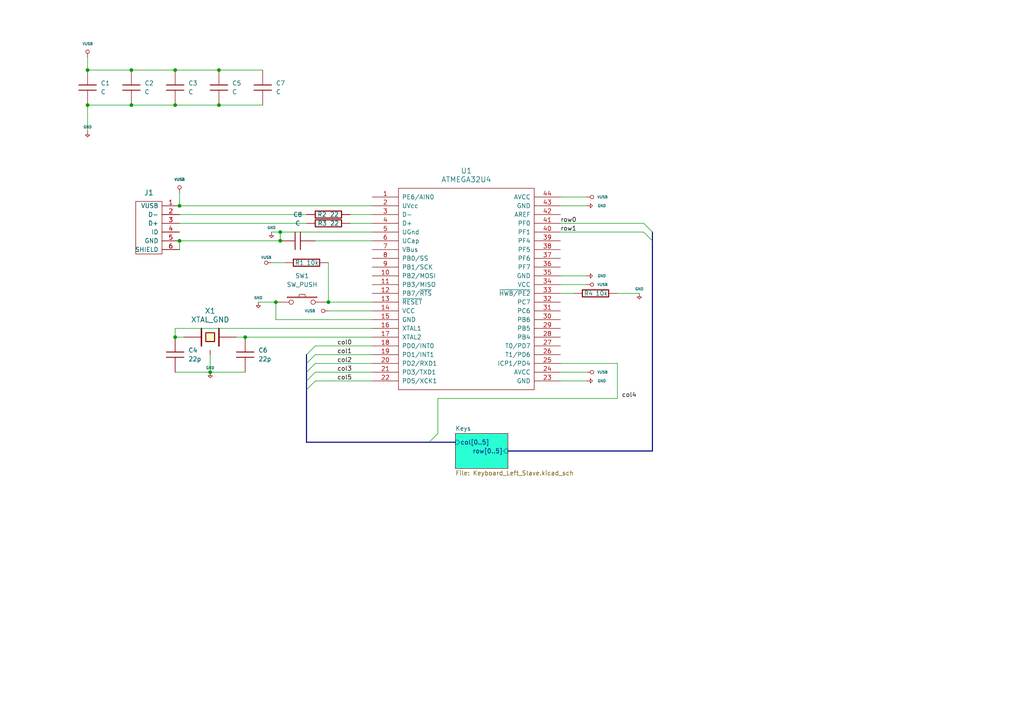
<source format=kicad_sch>
(kicad_sch (version 20250114) (generator "eeschema") (generator_version "9.0")
  (paper "A4")
  (title_block (title "Split Keyboard") (date "2025-04-25") (rev "1") (company "RF Electrical and Cabling"))
  (lib_symbols
    (symbol "keyboard_parts:ATMEGA32U4" (pin_names (offset 1.016))
      (property "Reference" "U" (at 0 -31.75 0))
      (property "Value" "ATMEGA32U4" (at 0 31.75 0))
      (symbol "ATMEGA32U4_0_1"
        (rectangle (start 20.32 29.21) (end -19.05 -29.21))
      )
      (symbol "ATMEGA32U4_1_1"
        (pin bidirectional line (at -26.67 26.67 0) (length 7.62) (name "PE6/AIN0") (number "1"))
        (pin power_in line (at -26.67 24.13 0) (length 7.62) (name "UVcc") (number "2"))
        (pin bidirectional line (at -26.67 21.59 0) (length 7.62) (name "D-") (number "3"))
        (pin bidirectional line (at -26.67 19.05 0) (length 7.62) (name "D+") (number "4"))
        (pin power_in line (at -26.67 16.51 0) (length 7.62) (name "UGnd") (number "5"))
        (pin input line (at -26.67 13.97 0) (length 7.62) (name "UCap") (number "6"))
        (pin input line (at -26.67 11.43 0) (length 7.62) (name "VBus") (number "7"))
        (pin bidirectional line (at -26.67 8.89 0) (length 7.62) (name "PB0/SS") (number "8"))
        (pin bidirectional line (at -26.67 6.35 0) (length 7.62) (name "PB1/SCK") (number "9"))
        (pin bidirectional line (at -26.67 3.81 0) (length 7.62) (name "PB2/MOSI") (number "10"))
        (pin bidirectional line (at -26.67 1.27 0) (length 7.62) (name "PB3/MISO") (number "11"))
        (pin bidirectional line (at -26.67 -1.27 0) (length 7.62) (name "PB7/~{RTS}") (number "12"))
        (pin input line (at -26.67 -3.81 0) (length 7.62) (name "~{RESET}") (number "13"))
        (pin power_in line (at -26.67 -6.35 0) (length 7.62) (name "VCC") (number "14"))
        (pin power_in line (at -26.67 -8.89 0) (length 7.62) (name "GND") (number "15"))
        (pin input line (at -26.67 -11.43 0) (length 7.62) (name "XTAL1") (number "16"))
        (pin output line (at -26.67 -13.97 0) (length 7.62) (name "XTAL2") (number "17"))
        (pin bidirectional line (at -26.67 -16.51 0) (length 7.62) (name "PD0/INT0") (number "18"))
        (pin bidirectional line (at -26.67 -19.05 0) (length 7.62) (name "PD1/INT1") (number "19"))
        (pin bidirectional line (at -26.67 -21.59 0) (length 7.62) (name "PD2/RXD1") (number "20"))
        (pin bidirectional line (at -26.67 -24.13 0) (length 7.62) (name "PD3/TXD1") (number "21"))
        (pin bidirectional line (at -26.67 -26.67 0) (length 7.62) (name "PD5/XCK1") (number "22"))
        (pin power_in line (at 27.94 26.67 180) (length 7.62) (name "AVCC") (number "44"))
        (pin power_in line (at 27.94 24.13 180) (length 7.62) (name "GND") (number "43"))
        (pin input line (at 27.94 21.59 180) (length 7.62) (name "AREF") (number "42"))
        (pin bidirectional line (at 27.94 19.05 180) (length 7.62) (name "PF0") (number "41"))
        (pin bidirectional line (at 27.94 16.51 180) (length 7.62) (name "PF1") (number "40"))
        (pin bidirectional line (at 27.94 13.97 180) (length 7.62) (name "PF4") (number "39"))
        (pin bidirectional line (at 27.94 11.43 180) (length 7.62) (name "PF5") (number "38"))
        (pin bidirectional line (at 27.94 8.89 180) (length 7.62) (name "PF6") (number "37"))
        (pin bidirectional line (at 27.94 6.35 180) (length 7.62) (name "PF7") (number "36"))
        (pin power_in line (at 27.94 3.81 180) (length 7.62) (name "GND") (number "35"))
        (pin power_in line (at 27.94 1.27 180) (length 7.62) (name "VCC") (number "34"))
        (pin bidirectional line (at 27.94 -1.27 180) (length 7.62) (name "~{HWB/PE2}") (number "33"))
        (pin bidirectional line (at 27.94 -3.81 180) (length 7.62) (name "PC7") (number "32"))
        (pin bidirectional line (at 27.94 -6.35 180) (length 7.62) (name "PC6") (number "31"))
        (pin bidirectional line (at 27.94 -8.89 180) (length 7.62) (name "PB6") (number "30"))
        (pin bidirectional line (at 27.94 -11.43 180) (length 7.62) (name "PB5") (number "29"))
        (pin bidirectional line (at 27.94 -13.97 180) (length 7.62) (name "PB4") (number "28"))
        (pin bidirectional line (at 27.94 -16.51 180) (length 7.62) (name "T0/PD7") (number "27"))
        (pin bidirectional line (at 27.94 -19.05 180) (length 7.62) (name "T1/PD6") (number "26"))
        (pin bidirectional line (at 27.94 -21.59 180) (length 7.62) (name "ICP1/PD4") (number "25"))
        (pin power_in line (at 27.94 -24.13 180) (length 7.62) (name "AVCC") (number "24"))
        (pin power_in line (at 27.94 -26.67 180) (length 7.62) (name "GND") (number "23"))
      )
    )
    (symbol "keyboard_parts:C" (pin_numbers (hide yes)) (pin_names (offset 0.254))
      (property "Reference" "C" (at 1.27 2.54 0))
      (property "Value" "C" (at 1.27 -2.54 0))
      (symbol "C_0_1"
        (polyline (pts (xy -2.54 0.762) (xy 2.54 0.762)) (stroke (width 0.254)))
        (polyline (pts (xy -2.54 -0.762) (xy 2.54 -0.762)) (stroke (width 0.254)))
      )
      (symbol "C_1_1"
        (pin passive line (at 0 5.08 270) (length 4.318) (name "~") (number "1"))
        (pin passive line (at 0 -5.08 90) (length 4.318) (name "~") (number "2"))
      )
    )
    (symbol "keyboard_parts:GND" (power) (pin_names (offset 0))
      (property "Value" "GND" (at 0 -2.54 0))
      (symbol "GND_0_0"
        (pin power_in line (at 0 0 90) (length 0) (hide yes) (name "+5V") (number "1"))
      )
      (symbol "GND_0_1"
        (polyline (pts (xy 0 -1.651) (xy 0.635 -1.016) (xy -0.635 -1.016) (xy 0 -1.651)))
      )
      (symbol "GND_1_1"
        (polyline (pts (xy 0 0) (xy 0 -1.016) (xy 0 -1.016)))
      )
    )
    (symbol "keyboard_parts:R" (pin_numbers (hide yes)) (pin_names (offset 0))
      (property "Reference" "R" (at 2.032 0 90))
      (property "Value" "R" (at 0 0 90))
      (symbol "R_0_1"
        (rectangle (start -1.016 3.81) (end 1.016 -3.81) (stroke (width 0.3048)))
      )
      (symbol "R_1_1"
        (pin passive line (at 0 6.35 270) (length 2.54) (name "~") (number "1"))
        (pin passive line (at 0 -6.35 90) (length 2.54) (name "~") (number "2"))
      )
    )
    (symbol "keyboard_parts:SW_PUSH" (pin_numbers (hide yes)) (pin_names (offset 1.016) (hide yes))
      (property "Reference" "SW" (at 3.81 2.794 0))
      (property "Value" "SW_PUSH" (at 0 -2.032 0))
      (symbol "SW_PUSH_0_1"
        (rectangle (start -4.318 1.27) (end 4.318 1.524))
        (polyline (pts (xy -1.016 1.524) (xy -0.762 2.286) (xy 0.762 2.286) (xy 1.016 1.524)))
        (pin passive inverted (at -7.62 0 0) (length 5.08) (name "1") (number "1"))
        (pin passive inverted (at 7.62 0 180) (length 5.08) (name "2") (number "2"))
      )
    )
    (symbol "keyboard_parts:USB_mini_micro_B" (pin_names (offset 1.016))
      (property "Reference" "J" (at -10.16 -1.27 0))
      (symbol "USB_mini_micro_B_0_1"
        (rectangle (start -8.89 5.08) (end -1.27 -10.16))
      )
      (symbol "USB_mini_micro_B_1_1"
        (pin power_out line (at 3.81 3.81 180) (length 5.08) (name "VUSB") (number "1"))
        (pin bidirectional line (at 3.81 1.27 180) (length 5.08) (name "D-") (number "2"))
        (pin bidirectional line (at 3.81 -1.27 180) (length 5.08) (name "D+") (number "3"))
        (pin input line (at 3.81 -3.81 180) (length 5.08) (name "ID") (number "4"))
        (pin power_out line (at 3.81 -6.35 180) (length 5.08) (name "GND") (number "5"))
        (pin input line (at 3.81 -8.89 180) (length 5.08) (name "SHIELD") (number "6"))
      )
    )
    (symbol "keyboard_parts:VUSB" (power) (pin_names (offset 0))
      (property "Value" "VUSB" (at 0 2.794 0))
      (symbol "VUSB_0_0"
        (pin power_in line (at 0 0 90) (length 0) (hide yes) (name "VUSB") (number "1"))
      )
      (symbol "VUSB_0_1"
        (circle (center 0 1.524) (radius 0.508))
        (polyline (pts (xy 0 0) (xy 0 1.016) (xy 0 1.016)))
      )
    )
    (symbol "keyboard_parts:XTAL_GND" (pin_numbers (hide yes)) (pin_names (offset 1.016) (hide yes))
      (property "Reference" "X" (at 0 3.81 0))
      (property "Value" "XTAL_GND" (at 0 -3.81 0))
      (symbol "XTAL_GND_0_1"
        (polyline (pts (xy -2.54 2.54) (xy -2.54 -2.54)) (stroke (width 0.4064)))
        (polyline (pts (xy -1.27 1.27) (xy 1.27 1.27) (xy 1.27 -1.27) (xy -1.27 -1.27) (xy -1.27 1.27)) (stroke (width 0.3048)) (fill (type background)))
        (polyline (pts (xy 2.54 2.54) (xy 2.54 -2.54)) (stroke (width 0.4064)))
      )
      (symbol "XTAL_GND_1_1"
        (pin passive line (at -7.62 0 0) (length 5.08) (name "1") (number "1"))
        (pin passive line (at 0 -5.08 90) (length 1.27) (name "~") (number "3"))
        (pin passive line (at 7.62 0 180) (length 5.08) (name "2") (number "2"))
      )
    )
  )
  (junction (at 81.28 69.85))
  (junction (at 95.25 87.63))
  (junction (at 63.5 20.32))
  (junction (at 60.96 107.95))
  (junction (at 38.1 30.48))
  (junction (at 50.8 97.79))
  (junction (at 25.4 30.48))
  (junction (at 80.01 87.63))
  (junction (at 38.1 20.32))
  (junction (at 52.07 59.69))
  (junction (at 50.8 30.48))
  (junction (at 71.12 97.79))
  (junction (at 81.28 67.31))
  (junction (at 52.07 69.85))
  (junction (at 63.5 30.48))
  (junction (at 25.4 20.32))
  (junction (at 50.8 20.32))
  (bus_entry (at 88.9 107.95) (size 2.54 -2.54))
  (bus_entry (at 124.46 128.27) (size 2.54 -2.54))
  (bus_entry (at 189.23 67.31) (size -2.54 -2.54))
  (bus_entry (at 88.9 110.49) (size 2.54 -2.54))
  (bus_entry (at 189.23 69.85) (size -2.54 -2.54))
  (bus_entry (at 88.9 113.03) (size 2.54 -2.54))
  (bus_entry (at 88.9 102.87) (size 2.54 -2.54))
  (bus_entry (at 88.9 105.41) (size 2.54 -2.54))
  (wire (pts (xy 50.8 20.32) (xy 63.5 20.32)))
  (wire (pts (xy 91.44 105.41) (xy 107.95 105.41)))
  (wire (pts (xy 78.74 76.2) (xy 82.55 76.2)))
  (wire (pts (xy 50.8 95.25) (xy 107.95 95.25)))
  (wire (pts (xy 162.56 80.01) (xy 170.18 80.01)))
  (wire (pts (xy 162.56 110.49) (xy 170.18 110.49)))
  (wire (pts (xy 162.56 64.77) (xy 186.69 64.77)))
  (wire (pts (xy 68.58 97.79) (xy 71.12 97.79)))
  (wire (pts (xy 25.4 20.32) (xy 38.1 20.32)))
  (wire (pts (xy 162.56 82.55) (xy 170.18 82.55)))
  (wire (pts (xy 52.07 69.85) (xy 52.07 72.39)))
  (wire (pts (xy 91.44 69.85) (xy 107.95 69.85)))
  (wire (pts (xy 50.8 97.79) (xy 50.8 95.25)))
  (wire (pts (xy 63.5 20.32) (xy 76.2 20.32)))
  (bus (pts (xy 88.9 105.41) (xy 88.9 107.95)))
  (wire (pts (xy 127 115.57) (xy 179.07 115.57)))
  (wire (pts (xy 95.25 87.63) (xy 107.95 87.63)))
  (wire (pts (xy 25.4 30.48) (xy 25.4 38.1)))
  (wire (pts (xy 80.01 87.63) (xy 80.01 92.71)))
  (bus (pts (xy 88.9 107.95) (xy 88.9 110.49)))
  (wire (pts (xy 91.44 107.95) (xy 107.95 107.95)))
  (wire (pts (xy 52.07 62.23) (xy 88.9 62.23)))
  (wire (pts (xy 25.4 16.51) (xy 25.4 20.32)))
  (wire (pts (xy 95.25 90.17) (xy 107.95 90.17)))
  (wire (pts (xy 52.07 59.69) (xy 107.95 59.69)))
  (wire (pts (xy 91.44 110.49) (xy 107.95 110.49)))
  (wire (pts (xy 162.56 67.31) (xy 186.69 67.31)))
  (wire (pts (xy 52.07 64.77) (xy 88.9 64.77)))
  (wire (pts (xy 101.6 62.23) (xy 107.95 62.23)))
  (wire (pts (xy 50.8 97.79) (xy 53.34 97.79)))
  (wire (pts (xy 162.56 59.69) (xy 170.18 59.69)))
  (bus (pts (xy 88.9 110.49) (xy 88.9 113.03)))
  (wire (pts (xy 71.12 97.79) (xy 107.95 97.79)))
  (wire (pts (xy 78.74 67.31) (xy 81.28 67.31)))
  (wire (pts (xy 179.07 85.09) (xy 185.42 85.09)))
  (wire (pts (xy 74.93 87.63) (xy 80.01 87.63)))
  (wire (pts (xy 101.6 64.77) (xy 107.95 64.77)))
  (wire (pts (xy 50.8 107.95) (xy 60.96 107.95)))
  (wire (pts (xy 179.07 105.41) (xy 162.56 105.41)))
  (wire (pts (xy 179.07 115.57) (xy 179.07 105.41)))
  (wire (pts (xy 81.28 67.31) (xy 107.95 67.31)))
  (wire (pts (xy 50.8 30.48) (xy 63.5 30.48)))
  (wire (pts (xy 91.44 100.33) (xy 107.95 100.33)))
  (wire (pts (xy 38.1 20.32) (xy 50.8 20.32)))
  (wire (pts (xy 127 125.73) (xy 127 115.57)))
  (wire (pts (xy 25.4 30.48) (xy 38.1 30.48)))
  (wire (pts (xy 60.96 107.95) (xy 71.12 107.95)))
  (wire (pts (xy 95.25 76.2) (xy 95.25 87.63)))
  (bus (pts (xy 124.46 128.27) (xy 88.9 128.27)))
  (wire (pts (xy 81.28 67.31) (xy 81.28 69.85)))
  (wire (pts (xy 80.01 92.71) (xy 107.95 92.71)))
  (wire (pts (xy 91.44 102.87) (xy 107.95 102.87)))
  (wire (pts (xy 60.96 102.87) (xy 60.96 107.95)))
  (wire (pts (xy 63.5 30.48) (xy 76.2 30.48)))
  (bus (pts (xy 189.23 69.85) (xy 189.23 130.81)))
  (bus (pts (xy 88.9 113.03) (xy 88.9 128.27)))
  (wire (pts (xy 162.56 107.95) (xy 170.18 107.95)))
  (wire (pts (xy 52.07 69.85) (xy 81.28 69.85)))
  (bus (pts (xy 88.9 102.87) (xy 88.9 105.41)))
  (wire (pts (xy 162.56 57.15) (xy 170.18 57.15)))
  (bus (pts (xy 189.23 67.31) (xy 189.23 69.85)))
  (wire (pts (xy 52.07 55.88) (xy 52.07 59.69)))
  (bus (pts (xy 132.08 128.27) (xy 124.46 128.27)))
  (wire (pts (xy 38.1 30.48) (xy 50.8 30.48)))
  (bus (pts (xy 147.32 130.81) (xy 189.23 130.81)))
  (wire (pts (xy 162.56 85.09) (xy 166.37 85.09)))
  (label "col3" (at 97.79 107.95 0))
  (label "col5" (at 97.79 110.49 0))
  (label "row1" (at 162.56 67.31 0))
  (label "row0" (at 162.56 64.77 0))
  (label "col2" (at 97.79 105.41 0))
  (label "col0" (at 97.79 100.33 0))
  (label "col1" (at 97.79 102.87 0))
  (label "col4" (at 180.34 115.57 0))
  (symbol (lib_id "keyboard_parts:GND") (at 170.18 80.01 90) (unit 1)
    (property "Reference" "#PWR011" (effects (hide yes)))
    (property "Value" "GND" (at 175.768 80.01 90) (effects (font (size 0.762 0.762)) (justify left)))
  )
  (symbol (lib_id "keyboard_parts:VUSB") (at 25.4 16.51 0) (unit 1)
    (property "Reference" "#PWR01" (effects (hide yes)))
    (property "Value" "VUSB" (at 25.4 12.7 0) (effects (font (size 0.762 0.762))))
  )
  (symbol (lib_id "keyboard_parts:GND") (at 170.18 59.69 90) (unit 1)
    (property "Reference" "#PWR010" (effects (hide yes)))
    (property "Value" "GND" (at 175.768 59.69 90) (effects (font (size 0.762 0.762)) (justify left)))
  )
  (symbol (lib_id "keyboard_parts:VUSB") (at 170.18 107.95 270) (unit 1)
    (property "Reference" "#PWR013" (effects (hide yes)))
    (property "Value" "VUSB" (at 176.276 107.95 90) (effects (font (size 0.762 0.762)) (justify right)))
  )
  (symbol (lib_id "keyboard_parts:GND") (at 60.96 107.95 0) (unit 1)
    (property "Reference" "#PWR04" (effects (hide yes)))
    (property "Value" "GND" (at 60.96 106.68 0) (effects (font (size 0.762 0.762))))
  )
  (symbol (lib_id "keyboard_parts:GND") (at 78.74 67.31 0) (unit 1)
    (property "Reference" "#PWR06" (effects (hide yes)))
    (property "Value" "GND" (at 78.74 66.04 0) (effects (font (size 0.762 0.762))))
  )
  (symbol (lib_id "keyboard_parts:C") (at 86.36 69.85 90) (unit 1)
    (property "Reference" "C8" (at 86.36 62.23 90))
    (property "Value" "C" (at 86.36 64.77 90))
    (property "Footprint" "Capacitor_SMD:C_0805_2012Metric" (effects (hide yes)))
  )
  (symbol (lib_id "keyboard_parts:C") (at 25.4 25.4 0) (unit 1)
    (property "Reference" "C1" (at 29.21 24.1299 0) (effects (justify left)))
    (property "Value" "C" (at 29.21 26.6699 0) (effects (justify left)))
    (property "Footprint" "Capacitor_SMD:C_0805_2012Metric" (effects (hide yes)))
  )
  (symbol (lib_id "keyboard_parts:C") (at 50.8 102.87 0) (unit 1)
    (property "Reference" "C4" (at 54.61 101.5999 0) (effects (justify left)))
    (property "Value" "22p" (at 54.61 104.1399 0) (effects (justify left)))
    (property "Footprint" "Capacitor_SMD:C_0805_2012Metric" (effects (hide yes)))
  )
  (symbol (lib_id "keyboard_parts:XTAL_GND") (at 60.96 97.79 0) (unit 1)
    (property "Reference" "X1" (at 60.96 90.17 0) (effects (font (size 1.524 1.524))))
    (property "Value" "XTAL_GND" (at 60.96 92.71 0) (effects (font (size 1.524 1.524))))
  )
  (symbol (lib_id "keyboard_parts:C") (at 76.2 25.4 0) (unit 1)
    (property "Reference" "C7" (at 80.01 24.1299 0) (effects (justify left)))
    (property "Value" "C" (at 80.01 26.6699 0) (effects (justify left)))
    (property "Footprint" "Capacitor_SMD:C_0805_2012Metric" (effects (hide yes)))
  )
  (symbol (lib_id "keyboard_parts:GND") (at 170.18 110.49 90) (unit 1)
    (property "Reference" "#PWR014" (effects (hide yes)))
    (property "Value" "GND" (at 175.768 110.49 90) (effects (font (size 0.762 0.762)) (justify left)))
  )
  (symbol (lib_id "keyboard_parts:SW_PUSH") (at 87.63 87.63 0) (unit 1)
    (property "Reference" "SW1" (at 87.63 80.01 0))
    (property "Value" "SW_PUSH" (at 87.63 82.55 0))
  )
  (symbol (lib_id "keyboard_parts:C") (at 50.8 25.4 0) (unit 1)
    (property "Reference" "C3" (at 54.61 24.1299 0) (effects (justify left)))
    (property "Value" "C" (at 54.61 26.6699 0) (effects (justify left)))
    (property "Footprint" "Capacitor_SMD:C_0805_2012Metric" (effects (hide yes)))
  )
  (symbol (lib_id "keyboard_parts:C") (at 71.12 102.87 0) (unit 1)
    (property "Reference" "C6" (at 74.93 101.5999 0) (effects (justify left)))
    (property "Value" "22p" (at 74.93 104.1399 0) (effects (justify left)))
    (property "Footprint" "Capacitor_SMD:C_0805_2012Metric" (effects (hide yes)))
  )
  (symbol (lib_id "keyboard_parts:R") (at 172.72 85.09 270) (unit 1)
    (property "Reference" "R4" (at 170.688 85.09 90))
    (property "Value" "10k" (at 174.498 85.09 90))
    (property "Footprint" "Resistor_SMD:R_0805_2012Metric_Pad1.20x1.40mm_HandSolder" (effects (hide yes)))
  )
  (symbol (lib_id "keyboard_parts:C") (at 38.1 25.4 0) (unit 1)
    (property "Reference" "C2" (at 41.91 24.1299 0) (effects (justify left)))
    (property "Value" "C" (at 41.91 26.6699 0) (effects (justify left)))
    (property "Footprint" "Capacitor_SMD:C_0805_2012Metric" (effects (hide yes)))
  )
  (symbol (lib_id "keyboard_parts:GND") (at 74.93 87.63 0) (unit 1)
    (property "Reference" "#PWR05" (effects (hide yes)))
    (property "Value" "GND" (at 74.93 86.36 0) (effects (font (size 0.762 0.762))))
  )
  (symbol (lib_id "keyboard_parts:GND") (at 185.42 85.09 0) (unit 1)
    (property "Reference" "#PWR015" (effects (hide yes)))
    (property "Value" "GND" (at 185.42 83.82 0) (effects (font (size 0.762 0.762))))
  )
  (symbol (lib_id "keyboard_parts:VUSB") (at 52.07 55.88 0) (unit 1)
    (property "Reference" "#PWR03" (effects (hide yes)))
    (property "Value" "VUSB" (at 52.07 52.07 0) (effects (font (size 0.762 0.762))))
  )
  (symbol (lib_id "keyboard_parts:R") (at 95.25 62.23 270) (unit 1)
    (property "Reference" "R2" (at 94.742 62.23 90) (effects (justify right)))
    (property "Value" "22" (at 98.298 62.23 90) (effects (justify right)))
    (property "Footprint" "Resistor_SMD:R_0805_2012Metric_Pad1.20x1.40mm_HandSolder" (effects (hide yes)))
  )
  (symbol (lib_id "keyboard_parts:VUSB") (at 170.18 82.55 270) (unit 1)
    (property "Reference" "#PWR012" (effects (hide yes)))
    (property "Value" "VUSB" (at 176.276 82.55 90) (effects (font (size 0.762 0.762)) (justify right)))
  )
  (symbol (lib_id "keyboard_parts:R") (at 95.25 64.77 270) (unit 1)
    (property "Reference" "R3" (at 93.472 64.77 90))
    (property "Value" "22" (at 97.028 64.77 90))
    (property "Footprint" "Resistor_SMD:R_0805_2012Metric_Pad1.20x1.40mm_HandSolder" (effects (hide yes)))
  )
  (symbol (lib_id "keyboard_parts:VUSB") (at 170.18 57.15 270) (unit 1)
    (property "Reference" "#PWR09" (effects (hide yes)))
    (property "Value" "VUSB" (at 176.276 57.15 90) (effects (font (size 0.762 0.762)) (justify right)))
  )
  (symbol (lib_id "keyboard_parts:VUSB") (at 78.74 76.2 90) (unit 1)
    (property "Reference" "#PWR07" (effects (hide yes)))
    (property "Value" "VUSB" (at 75.692 74.676 90) (effects (font (size 0.762 0.762)) (justify right)))
  )
  (symbol (lib_id "keyboard_parts:R") (at 88.9 76.2 270) (unit 1)
    (property "Reference" "R1" (at 86.868 76.2 90))
    (property "Value" "10k" (at 90.678 76.2 90))
    (property "Footprint" "Resistor_SMD:R_0805_2012Metric_Pad1.20x1.40mm_HandSolder" (effects (hide yes)))
  )
  (symbol (lib_id "keyboard_parts:USB_mini_micro_B") (at 48.26 63.5 0) (unit 1)
    (property "Reference" "J1" (at 43.18 55.88 0) (effects (font (size 1.524 1.524))))
    (property "Value" "USB_mini_micro_B" (effects (hide yes)))
    (property "Footprint" "keyboard_parts:USB_miniB_hirose_5S8" (effects (hide yes)))
  )
  (symbol (lib_id "keyboard_parts:GND") (at 25.4 38.1 0) (unit 1)
    (property "Reference" "#PWR02" (effects (hide yes)))
    (property "Value" "GND" (at 25.4 36.83 0) (effects (font (size 0.762 0.762))))
  )
  (symbol (lib_id "keyboard_parts:C") (at 63.5 25.4 0) (unit 1)
    (property "Reference" "C5" (at 67.31 24.1299 0) (effects (justify left)))
    (property "Value" "C" (at 67.31 26.6699 0) (effects (justify left)))
    (property "Footprint" "Capacitor_SMD:C_0805_2012Metric" (effects (hide yes)))
  )
  (symbol (lib_id "keyboard_parts:VUSB") (at 95.25 90.17 90) (unit 1)
    (property "Reference" "#PWR08" (effects (hide yes)))
    (property "Value" "VUSB" (at 91.44 90.17 90) (effects (font (size 0.762 0.762)) (justify left)))
  )
  (symbol (lib_id "keyboard_parts:ATMEGA32U4") (at 134.62 83.82 0) (unit 1)
    (property "Reference" "U1" (at 135.255 49.53 0) (effects (font (size 1.524 1.524))))
    (property "Value" "ATMEGA32U4" (at 135.255 52.07 0) (effects (font (size 1.524 1.524))))
    (property "Footprint" "Package_QFP:TQFP-44_10x10mm_P0.8mm" (effects (hide yes)))
  )
  (sheet (at 132.08 125.73) (size 15.24 10.16) (stroke (width 0.1524)) (fill (color 41 255 211 1.0000))
    (property "Sheetname" "Keys" (at 132.08 125.0184 0) (effects (justify left bottom)))
    (property "Sheetfile" "Keyboard_Left_Slave.kicad_sch" (at 132.08 136.4746 0) (effects (justify left top)))
    (pin "col[0..5]" input (at 132.08 128.27 180))
    (pin "row[0..5]" input (at 147.32 130.81 0))
  )
)
</source>
